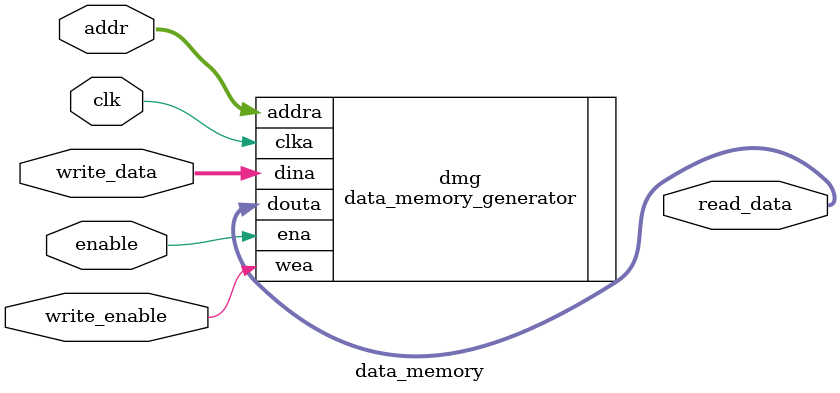
<source format=v>
module data_memory(
	 input clk,
	 input enable,
	 input [0:0] write_enable,
	 input [3:0] addr,
	 input [31:0] write_data,
	 output [31:0] read_data
    );
	 
	 
    data_memory_generator dmg (
        .clka(clk), // input clka
        .ena(enable), // input ena
        .wea(write_enable), // input [0 : 0] wea
        .addra(addr), // input [3 : 0] addra
        .dina(write_data), // input [31 : 0] dina
        .douta(read_data) // output [31 : 0] douta
    );



endmodule
</source>
